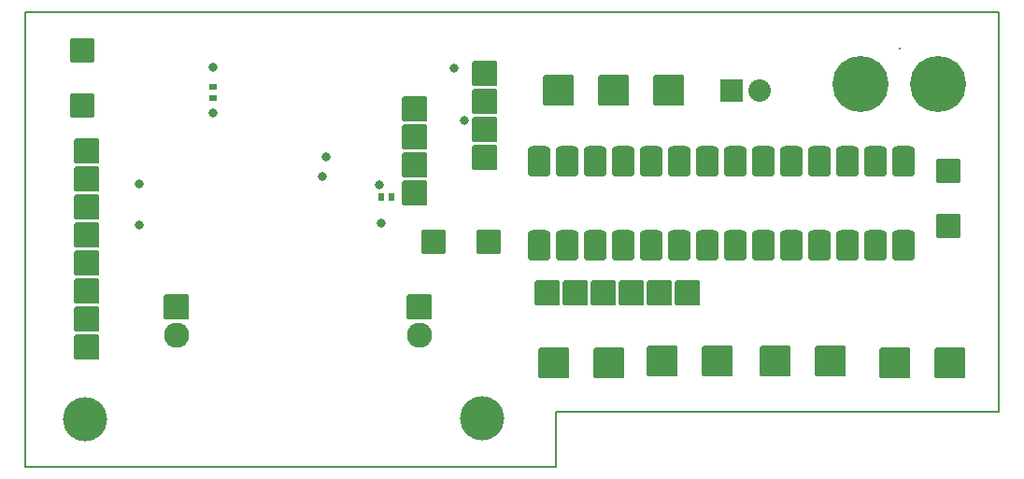
<source format=gbr>
G04 PROTEUS GERBER X2 FILE*
%TF.GenerationSoftware,Labcenter,Proteus,8.6-SP2-Build23525*%
%TF.CreationDate,2019-05-24T14:24:23+00:00*%
%TF.FileFunction,Soldermask,Bot*%
%TF.FilePolarity,Negative*%
%TF.Part,Single*%
%FSLAX45Y45*%
%MOMM*%
G01*
%TA.AperFunction,Material*%
%ADD29C,0.812800*%
%AMPPAD037*
4,1,4,
-0.304800,0.279400,
-0.304800,-0.279400,
0.304800,-0.279400,
0.304800,0.279400,
-0.304800,0.279400,
0*%
%TA.AperFunction,Material*%
%ADD43PPAD037*%
%AMPPAD024*
4,1,36,
-1.079500,-0.952500,
-1.079500,0.952500,
-1.076970,0.978470,
-1.069700,1.002480,
-1.058150,1.024080,
-1.042790,1.042790,
-1.024070,1.058150,
-1.002480,1.069700,
-0.978470,1.076970,
-0.952500,1.079500,
0.952500,1.079500,
0.978470,1.076970,
1.002480,1.069700,
1.024070,1.058150,
1.042790,1.042790,
1.058150,1.024080,
1.069700,1.002480,
1.076970,0.978470,
1.079500,0.952500,
1.079500,-0.952500,
1.076970,-0.978470,
1.069700,-1.002480,
1.058150,-1.024080,
1.042790,-1.042790,
1.024070,-1.058150,
1.002480,-1.069700,
0.978470,-1.076970,
0.952500,-1.079500,
-0.952500,-1.079500,
-0.978470,-1.076970,
-1.002480,-1.069700,
-1.024070,-1.058150,
-1.042790,-1.042790,
-1.058150,-1.024080,
-1.069700,-1.002480,
-1.076970,-0.978470,
-1.079500,-0.952500,
0*%
%ADD30PPAD024*%
%AMPPAD025*
4,1,36,
1.143000,1.016000,
1.143000,-1.016000,
1.140470,-1.041970,
1.133200,-1.065980,
1.121650,-1.087580,
1.106290,-1.106290,
1.087570,-1.121650,
1.065980,-1.133200,
1.041970,-1.140470,
1.016000,-1.143000,
-1.016000,-1.143000,
-1.041970,-1.140470,
-1.065980,-1.133200,
-1.087570,-1.121650,
-1.106290,-1.106290,
-1.121650,-1.087580,
-1.133200,-1.065980,
-1.140470,-1.041970,
-1.143000,-1.016000,
-1.143000,1.016000,
-1.140470,1.041970,
-1.133200,1.065980,
-1.121650,1.087580,
-1.106290,1.106290,
-1.087570,1.121650,
-1.065980,1.133200,
-1.041970,1.140470,
-1.016000,1.143000,
1.016000,1.143000,
1.041970,1.140470,
1.065980,1.133200,
1.087570,1.121650,
1.106290,1.106290,
1.121650,1.087580,
1.133200,1.065980,
1.140470,1.041970,
1.143000,1.016000,
0*%
%TA.AperFunction,Material*%
%ADD31PPAD025*%
%AMPPAD038*
4,1,4,
0.279400,0.304800,
-0.279400,0.304800,
-0.279400,-0.304800,
0.279400,-0.304800,
0.279400,0.304800,
0*%
%TA.AperFunction,Material*%
%ADD44PPAD038*%
%TA.AperFunction,Material*%
%ADD32C,2.286000*%
%AMPPAD027*
4,1,36,
0.952500,-1.079500,
-0.952500,-1.079500,
-0.978470,-1.076970,
-1.002480,-1.069700,
-1.024080,-1.058150,
-1.042790,-1.042790,
-1.058150,-1.024070,
-1.069700,-1.002480,
-1.076970,-0.978470,
-1.079500,-0.952500,
-1.079500,0.952500,
-1.076970,0.978470,
-1.069700,1.002480,
-1.058150,1.024070,
-1.042790,1.042790,
-1.024080,1.058150,
-1.002480,1.069700,
-0.978470,1.076970,
-0.952500,1.079500,
0.952500,1.079500,
0.978470,1.076970,
1.002480,1.069700,
1.024080,1.058150,
1.042790,1.042790,
1.058150,1.024070,
1.069700,1.002480,
1.076970,0.978470,
1.079500,0.952500,
1.079500,-0.952500,
1.076970,-0.978470,
1.069700,-1.002480,
1.058150,-1.024070,
1.042790,-1.042790,
1.024080,-1.058150,
1.002480,-1.069700,
0.978470,-1.076970,
0.952500,-1.079500,
0*%
%TA.AperFunction,Material*%
%ADD33PPAD027*%
%AMPPAD028*
4,1,36,
-0.584200,1.397000,
0.584200,1.397000,
0.672490,1.388410,
0.754130,1.363690,
0.827560,1.324420,
0.891180,1.272180,
0.943420,1.208560,
0.982690,1.135130,
1.007410,1.053490,
1.016000,0.965200,
1.016000,-0.965200,
1.007410,-1.053490,
0.982690,-1.135130,
0.943420,-1.208560,
0.891180,-1.272180,
0.827560,-1.324420,
0.754130,-1.363690,
0.672490,-1.388410,
0.584200,-1.397000,
-0.584200,-1.397000,
-0.672490,-1.388410,
-0.754130,-1.363690,
-0.827560,-1.324420,
-0.891180,-1.272180,
-0.943420,-1.208560,
-0.982690,-1.135130,
-1.007410,-1.053490,
-1.016000,-0.965200,
-1.016000,0.965200,
-1.007410,1.053490,
-0.982690,1.135130,
-0.943420,1.208560,
-0.891180,1.272180,
-0.827560,1.324420,
-0.754130,1.363690,
-0.672490,1.388410,
-0.584200,1.397000,
0*%
%TA.AperFunction,Material*%
%ADD34PPAD028*%
%AMPPAD029*
4,1,36,
1.270000,-1.397000,
-1.270000,-1.397000,
-1.295970,-1.394470,
-1.319980,-1.387200,
-1.341580,-1.375650,
-1.360290,-1.360290,
-1.375650,-1.341570,
-1.387200,-1.319980,
-1.394470,-1.295970,
-1.397000,-1.270000,
-1.397000,1.270000,
-1.394470,1.295970,
-1.387200,1.319980,
-1.375650,1.341570,
-1.360290,1.360290,
-1.341580,1.375650,
-1.319980,1.387200,
-1.295970,1.394470,
-1.270000,1.397000,
1.270000,1.397000,
1.295970,1.394470,
1.319980,1.387200,
1.341580,1.375650,
1.360290,1.360290,
1.375650,1.341570,
1.387200,1.319980,
1.394470,1.295970,
1.397000,1.270000,
1.397000,-1.270000,
1.394470,-1.295970,
1.387200,-1.319980,
1.375650,-1.341570,
1.360290,-1.360290,
1.341580,-1.375650,
1.319980,-1.387200,
1.295970,-1.394470,
1.270000,-1.397000,
0*%
%TA.AperFunction,Material*%
%ADD35PPAD029*%
%AMPPAD030*
4,1,36,
1.016000,-1.143000,
-1.016000,-1.143000,
-1.041970,-1.140470,
-1.065980,-1.133200,
-1.087580,-1.121650,
-1.106290,-1.106290,
-1.121650,-1.087570,
-1.133200,-1.065980,
-1.140470,-1.041970,
-1.143000,-1.016000,
-1.143000,1.016000,
-1.140470,1.041970,
-1.133200,1.065980,
-1.121650,1.087570,
-1.106290,1.106290,
-1.087580,1.121650,
-1.065980,1.133200,
-1.041970,1.140470,
-1.016000,1.143000,
1.016000,1.143000,
1.041970,1.140470,
1.065980,1.133200,
1.087580,1.121650,
1.106290,1.106290,
1.121650,1.087570,
1.133200,1.065980,
1.140470,1.041970,
1.143000,1.016000,
1.143000,-1.016000,
1.140470,-1.041970,
1.133200,-1.065980,
1.121650,-1.087570,
1.106290,-1.106290,
1.087580,-1.121650,
1.065980,-1.133200,
1.041970,-1.140470,
1.016000,-1.143000,
0*%
%TA.AperFunction,Material*%
%ADD36PPAD030*%
%TA.AperFunction,Material*%
%ADD38C,5.080000*%
%ADD39C,0.330200*%
%AMPPAD034*
4,1,36,
-0.889000,1.016000,
0.889000,1.016000,
0.914970,1.013470,
0.938980,1.006200,
0.960580,0.994650,
0.979290,0.979290,
0.994650,0.960570,
1.006200,0.938980,
1.013470,0.914970,
1.016000,0.889000,
1.016000,-0.889000,
1.013470,-0.914970,
1.006200,-0.938980,
0.994650,-0.960570,
0.979290,-0.979290,
0.960580,-0.994650,
0.938980,-1.006200,
0.914970,-1.013470,
0.889000,-1.016000,
-0.889000,-1.016000,
-0.914970,-1.013470,
-0.938980,-1.006200,
-0.960580,-0.994650,
-0.979290,-0.979290,
-0.994650,-0.960570,
-1.006200,-0.938980,
-1.013470,-0.914970,
-1.016000,-0.889000,
-1.016000,0.889000,
-1.013470,0.914970,
-1.006200,0.938980,
-0.994650,0.960570,
-0.979290,0.979290,
-0.960580,0.994650,
-0.938980,1.006200,
-0.914970,1.013470,
-0.889000,1.016000,
0*%
%TA.AperFunction,Material*%
%ADD40PPAD034*%
%ADD41C,2.032000*%
%TA.AperFunction,Material*%
%ADD42C,4.000000*%
%TA.AperFunction,Profile*%
%ADD25C,0.203200*%
%TD.AperFunction*%
D29*
X-5201923Y+7056296D03*
X-5197920Y+6647975D03*
X-5866758Y+5629206D03*
X-5866758Y+6005884D03*
X-4210000Y+6070000D03*
X-3676233Y+5645859D03*
X-3690000Y+5990000D03*
X-4174438Y+6251245D03*
X-3015176Y+7051596D03*
X-2924007Y+6580387D03*
D43*
X-5200000Y+6880000D03*
X-5200000Y+6780000D03*
D30*
X-6390000Y+6710000D03*
X-6390000Y+7210000D03*
D31*
X-3370000Y+6680000D03*
X-3370000Y+6426000D03*
X-3370000Y+6172000D03*
X-3370000Y+5918000D03*
X-2740000Y+7000000D03*
X-2740000Y+6746000D03*
X-2740000Y+6492000D03*
X-2740000Y+6238000D03*
X-6340000Y+6300000D03*
X-6340000Y+6046000D03*
X-6340000Y+5792000D03*
X-6340000Y+5538000D03*
X-6340000Y+5284000D03*
X-6340000Y+5030000D03*
X-6340000Y+4776000D03*
X-6340000Y+4522000D03*
D44*
X-3580000Y+5880000D03*
X-3680000Y+5880000D03*
D31*
X-3330000Y+4880000D03*
D32*
X-3330000Y+4630000D03*
D31*
X-5530000Y+4880000D03*
D32*
X-5530000Y+4630000D03*
D33*
X-2700000Y+5480000D03*
X-3200000Y+5480000D03*
D34*
X+1060000Y+6202000D03*
X+806000Y+6202000D03*
X+552000Y+6202000D03*
X+298000Y+6202000D03*
X+44000Y+6202000D03*
X-210000Y+6202000D03*
X-464000Y+6202000D03*
X-718000Y+6202000D03*
X-972000Y+6202000D03*
X-1226000Y+6202000D03*
X-1480000Y+6202000D03*
X-1734000Y+6202000D03*
X-1988000Y+6202000D03*
X-2242000Y+6202000D03*
X-2242000Y+5440000D03*
X-1988000Y+5440000D03*
X-1734000Y+5440000D03*
X-1480000Y+5440000D03*
X-1226000Y+5440000D03*
X-972000Y+5440000D03*
X-718000Y+5440000D03*
X-464000Y+5440000D03*
X-210000Y+5440000D03*
X+44000Y+5440000D03*
X+298000Y+5440000D03*
X+552000Y+5440000D03*
X+806000Y+5440000D03*
X+1058000Y+5440000D03*
D35*
X-1612000Y+4380000D03*
X-2112000Y+4380000D03*
X-632000Y+4390000D03*
X-1132000Y+4390000D03*
X+398000Y+4390000D03*
X-102000Y+4390000D03*
X+1478000Y+4380000D03*
X+978000Y+4380000D03*
X-1072000Y+6850000D03*
X-1572000Y+6850000D03*
X-2072000Y+6850000D03*
D30*
X+1460000Y+5620000D03*
X+1460000Y+6120000D03*
D36*
X-902000Y+5010000D03*
X-1156000Y+5010000D03*
X-1410000Y+5010000D03*
X-1664000Y+5010000D03*
X-1918000Y+5010000D03*
X-2172000Y+5010000D03*
D38*
X+668000Y+6910000D03*
X+1368000Y+6910000D03*
D39*
X+1018000Y+7230000D03*
D40*
X-502000Y+6850000D03*
D41*
X-252000Y+6850000D03*
D42*
X-6360000Y+3870000D03*
X-2760000Y+3880000D03*
D25*
X-6900000Y+7560000D02*
X+1920000Y+7560000D01*
X-6900000Y+7560000D02*
X-6900000Y+3440000D01*
X+1920000Y+7560000D02*
X+1920000Y+3940000D01*
X-6900000Y+3440000D02*
X-2090000Y+3440000D01*
X-2090000Y+3940000D01*
X+1920000Y+3940000D01*
M02*

</source>
